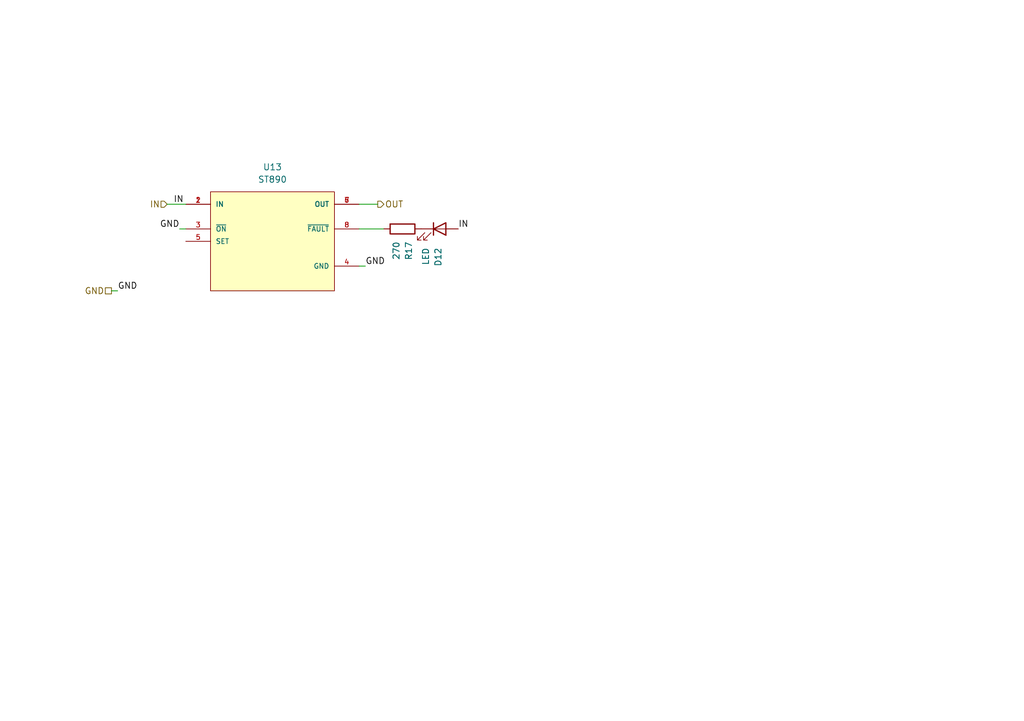
<source format=kicad_sch>
(kicad_sch (version 20231120) (generator "eeschema") (generator_version "8.0")
  (paper "A5")
  (title_block (title "Power") (date "2024-08-29") (rev "1.0") (company "Designed by CREPP-NLG"))
  (lib_symbols
    (symbol "CREPP_Transistors_PMOS_CMS:ST890" (pin_names (offset 1.016))
      (property "Reference" "U" (at -12.7 10.16 0))
      (property "Value" "ST890" (at -12.7 -12.7 0))
      (symbol "ST890_0_0"
        (rectangle (start -12.7 10.16) (end 12.7 -10.16) (stroke (width 0.1524)) (fill (type background)))
        (pin input line (at -17.78 7.62 0) (length 5.08) (name "IN") (number "1"))
        (pin input line (at -17.78 7.62 0) (length 5.08) (name "IN") (number "2"))
        (pin input line (at -17.78 2.54 0) (length 5.08) (name "~{ON}") (number "3"))
        (pin power_in line (at 17.78 -5.08 180) (length 5.08) (name "GND") (number "4"))
        (pin input line (at -17.78 0 0) (length 5.08) (name "SET") (number "5"))
        (pin output line (at 17.78 7.62 180) (length 5.08) (name "OUT") (number "6"))
        (pin output line (at 17.78 7.62 180) (length 5.08) (name "OUT") (number "7"))
        (pin output line (at 17.78 2.54 180) (length 5.08) (name "~{FAULT}") (number "8"))
      )
    )
    (symbol "Device:LED" (pin_numbers hide) (pin_names (offset 1.016) hide)
      (property "Reference" "D" (at 0 2.54 0))
      (property "Value" "LED" (at 0 -2.54 0))
      (symbol "LED_0_1"
        (polyline (pts (xy -1.27 -1.27) (xy -1.27 1.27)) (stroke (width 0.254)))
        (polyline (pts (xy -1.27 0) (xy 1.27 0)))
        (polyline (pts (xy 1.27 -1.27) (xy 1.27 1.27) (xy -1.27 0) (xy 1.27 -1.27)) (stroke (width 0.254)))
        (polyline (pts (xy -3.048 -0.762) (xy -4.572 -2.286) (xy -3.81 -2.286) (xy -4.572 -2.286) (xy -4.572 -1.524)))
        (polyline (pts (xy -1.778 -0.762) (xy -3.302 -2.286) (xy -2.54 -2.286) (xy -3.302 -2.286) (xy -3.302 -1.524)))
      )
      (symbol "LED_1_1"
        (pin passive line (at -3.81 0 0) (length 2.54) (name "K") (number "1"))
        (pin passive line (at 3.81 0 180) (length 2.54) (name "A") (number "2"))
      )
    )
    (symbol "Device:R" (pin_numbers hide) (pin_names (offset 0))
      (property "Reference" "R" (at 2.032 0 90))
      (property "Value" "R" (at 0 0 90))
      (symbol "R_0_1"
        (rectangle (start -1.016 -2.54) (end 1.016 2.54) (stroke (width 0.254)))
      )
      (symbol "R_1_1"
        (pin passive line (at 0 3.81 270) (length 1.27) (name "~") (number "1"))
        (pin passive line (at 0 -3.81 90) (length 1.27) (name "~") (number "2"))
      )
    )
  )
  (wire (pts (xy 73.66 41.91) (xy 77.47 41.91)))
  (wire (pts (xy 73.66 46.99) (xy 78.74 46.99)))
  (wire (pts (xy 34.29 41.91) (xy 38.1 41.91)))
  (wire (pts (xy 22.86 59.69) (xy 24.13 59.69)))
  (wire (pts (xy 36.83 46.99) (xy 38.1 46.99)))
  (wire (pts (xy 73.66 54.61) (xy 74.93 54.61)))
  (label "IN" (at 93.98 46.99 0))
  (label "IN" (at 35.56 41.91 0))
  (label "GND" (at 24.13 59.69 0))
  (label "GND" (at 36.83 46.99 180))
  (label "GND" (at 74.93 54.61 0))
  (hierarchical_label "IN" (shape input) (at 34.29 41.91 180))
  (hierarchical_label "OUT" (shape output) (at 77.47 41.91 0))
  (hierarchical_label "GND" (shape passive) (at 22.86 59.69 180))
  (symbol (lib_id "Device:R") (at 82.55 46.99 270) (unit 1)
    (property "Reference" "R17" (at 83.82 49.53 0) (effects (justify left)))
    (property "Value" "270" (at 81.28 49.53 0) (effects (justify left)))
    (property "Footprint" "Resistor_THT:R_Axial_DIN0207_L6.3mm_D2.5mm_P10.16mm_Horizontal" (effects (hide yes)))
    (instances (project "CREPP.io" (path "" (reference "R17") (unit 1)) (path "" (reference "R21") (unit 1))))
  )
  (symbol (lib_id "Device:LED") (at 90.17 46.99 0) (unit 1)
    (property "Reference" "D12" (at 89.8525 50.8 90) (effects (justify right)))
    (property "Value" "LED" (at 87.3125 50.8 90) (effects (justify right)))
    (property "Footprint" "LED_THT:LED_D5.0mm" (effects (hide yes)))
    (instances (project "CREPP.io" (path "" (reference "D12") (unit 1)) (path "" (reference "D13") (unit 1))))
  )
  (symbol (lib_id "CREPP_Transistors_PMOS_CMS:ST890") (at 55.88 49.53 0) (unit 1)
    (property "Reference" "U14" (at 55.88 34.29 0))
    (property "Value" "ST890" (at 55.88 36.83 0))
    (property "Footprint" "CREPP_PMOS_CMS:ST890" (effects (hide yes)))
    (property "E2_MAX" "0.0" (effects (hide yes)))
    (property "SNAPEDA_PACKAGE_ID" "25988" (effects (hide yes)))
    (property "B_NOM" "0.38" (effects (hide yes)))
    (property "D_MAX" "5.0" (effects (hide yes)))
    (property "E1_NOM" "3.9" (effects (hide yes)))
    (property "E1_MIN" "3.8" (effects (hide yes)))
    (property "B_MAX" "0.48" (effects (hide yes)))
    (property "Description_1" "\n                        \n                            Power Switch/Driver 1:1 P-Channel 1.2A 8-SOIC\n                        \n" (effects (hide yes)))
    (property "Price" "None" (effects (hide yes)))
    (property "D2_MAX" "0.0" (effects (hide yes)))
    (property "ENOM" "1.27" (effects (hide yes)))
    (property "D_NOM" "4.9" (effects (hide yes)))
    (property "L_MAX" "1.27" (effects (hide yes)))
    (property "A_MAX" "1.75" (effects (hide yes)))
    (property "Package" "SOIC-8 STMicroelectronics" (effects (hide yes)))
    (property "A_NOM" "1.75" (effects (hide yes)))
    (property "Check_prices" "https://www.snapeda.com/parts/ST890CDR/STMicroelectronics/view-part/?ref=eda" (effects (hide yes)))
    (property "A_MIN" "1.75" (effects (hide yes)))
    (property "STANDARD" "IPC 7351B" (effects (hide yes)))
    (property "PARTREV" "10" (effects (hide yes)))
    (property "SnapEDA_Link" "https://www.snapeda.com/parts/ST890CDR/STMicroelectronics/view-part/?ref=snap" (effects (hide yes)))
    (property "E_NOM" "6.0" (effects (hide yes)))
    (property "B_MIN" "0.28" (effects (hide yes)))
    (property "PIN_COUNT" "8.0" (effects (hide yes)))
    (property "L_NOM" "0.835" (effects (hide yes)))
    (property "MANUFACTURER" "STMicroelectronics" (effects (hide yes)))
    (property "MF" "STMicroelectronics" (effects (hide yes)))
    (property "MAXIMUM_PACKAGE_HEIGHT" "1.75mm" (effects (hide yes)))
    (property "A1_MIN" "0.25" (effects (hide yes)))
    (property "E1_MAX" "4.0" (effects (hide yes)))
    (property "E_MIN" "5.8" (effects (hide yes)))
    (property "D_MIN" "4.8" (effects (hide yes)))
    (property "MP" "ST890CDR" (effects (hide yes)))
    (property "L_MIN" "0.4" (effects (hide yes)))
    (property "Availability" "In Stock" (effects (hide yes)))
    (property "E_MAX" "6.2" (effects (hide yes)))
    (instances (project "" (path "" (reference "U13") (unit 1)) (path "" (reference "U14") (unit 1))))
  )
)
</source>
